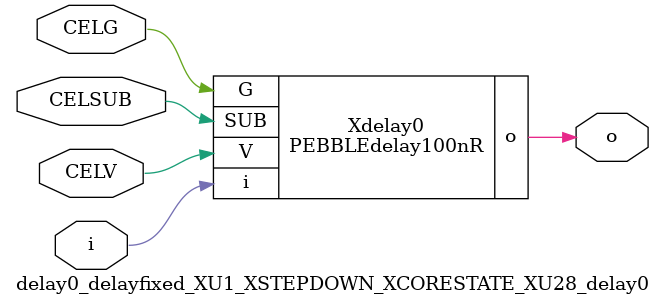
<source format=v>



module PEBBLEdelay100nR ( o, V, G, i, SUB );

  input V;
  input i;
  input G;
  output o;
  input SUB;
endmodule

//Celera Confidential Do Not Copy delay0_delayfixed_XU1_XSTEPDOWN_XCORESTATE_XU28_delay0
//TYPE: fixed 100ns
module delay0_delayfixed_XU1_XSTEPDOWN_XCORESTATE_XU28_delay0 (i, CELV, o,
CELG,CELSUB);
input CELV;
input i;
output o;
input CELSUB;
input CELG;

//Celera Confidential Do Not Copy delayfast0
PEBBLEdelay100nR Xdelay0(
.V (CELV),
.i (i),
.o (o),
.G (CELG),
.SUB (CELSUB)
);
//,diesize,PEBBLEdelay100nR

//Celera Confidential Do Not Copy Module End
//Celera Schematic Generator
endmodule

</source>
